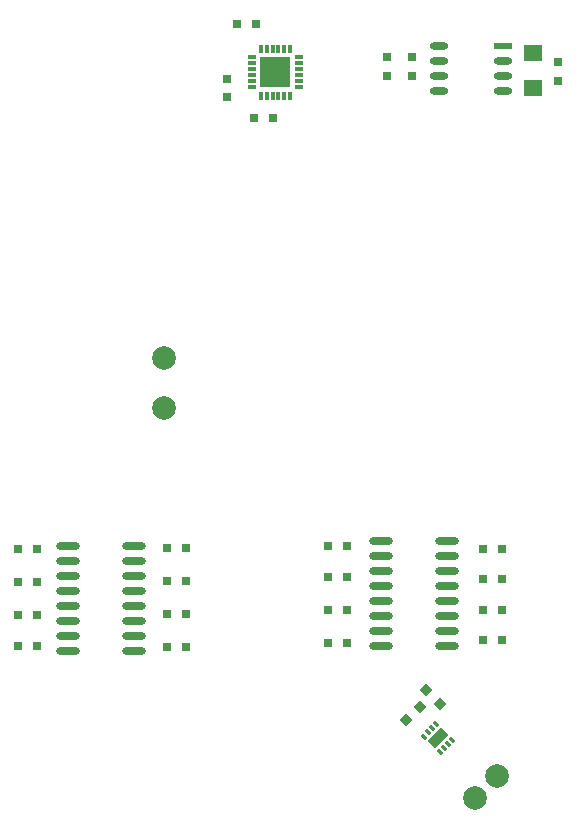
<source format=gbp>
G04 Layer_Color=128*
%FSLAX25Y25*%
%MOIN*%
G70*
G01*
G75*
%ADD10R,0.03150X0.03150*%
%ADD11R,0.03150X0.03150*%
%ADD12R,0.06299X0.05512*%
%ADD23O,0.08000X0.02400*%
%ADD51C,0.07874*%
%ADD58P,0.04454X4X180.0*%
%ADD59P,0.04454X4X90.0*%
G04:AMPARAMS|DCode=60|XSize=19.68mil|YSize=9.84mil|CornerRadius=0mil|HoleSize=0mil|Usage=FLASHONLY|Rotation=135.000|XOffset=0mil|YOffset=0mil|HoleType=Round|Shape=Rectangle|*
%AMROTATEDRECTD60*
4,1,4,0.01044,-0.00348,0.00348,-0.01044,-0.01044,0.00348,-0.00348,0.01044,0.01044,-0.00348,0.0*
%
%ADD60ROTATEDRECTD60*%

G04:AMPARAMS|DCode=61|XSize=35.43mil|YSize=62.99mil|CornerRadius=0mil|HoleSize=0mil|Usage=FLASHONLY|Rotation=135.000|XOffset=0mil|YOffset=0mil|HoleType=Round|Shape=Rectangle|*
%AMROTATEDRECTD61*
4,1,4,0.03480,0.00974,-0.00974,-0.03480,-0.03480,-0.00974,0.00974,0.03480,0.03480,0.00974,0.0*
%
%ADD61ROTATEDRECTD61*%

%ADD62R,0.01181X0.03150*%
%ADD63R,0.03150X0.01181*%
%ADD64R,0.10236X0.10236*%
%ADD65R,0.06100X0.02400*%
%ADD66O,0.06100X0.02400*%
D10*
X944700Y413650D02*
D03*
Y419950D02*
D03*
X834600Y414300D02*
D03*
Y408001D02*
D03*
X896100Y421450D02*
D03*
Y415150D02*
D03*
X887700Y421450D02*
D03*
Y415150D02*
D03*
D11*
X849950Y401200D02*
D03*
X843650D02*
D03*
X844299Y432400D02*
D03*
X838000D02*
D03*
X874650Y258500D02*
D03*
X868350D02*
D03*
X874650Y248000D02*
D03*
X868350D02*
D03*
X874650Y237000D02*
D03*
X868350D02*
D03*
X874650Y226000D02*
D03*
X868350D02*
D03*
X919732Y257643D02*
D03*
X926031D02*
D03*
X919732Y247429D02*
D03*
X926031D02*
D03*
X919732Y237214D02*
D03*
X926031D02*
D03*
X919732Y227000D02*
D03*
X926031D02*
D03*
X814500Y235786D02*
D03*
X820799D02*
D03*
X814500Y257929D02*
D03*
X820799D02*
D03*
X814500Y246857D02*
D03*
X820799D02*
D03*
X814500Y224714D02*
D03*
X820799D02*
D03*
X771299Y257500D02*
D03*
X765000D02*
D03*
X771299Y246500D02*
D03*
X765000D02*
D03*
X771299Y235500D02*
D03*
X765000D02*
D03*
X771299Y225000D02*
D03*
X765000D02*
D03*
D12*
X936400Y422906D02*
D03*
Y411094D02*
D03*
D23*
X886000Y225000D02*
D03*
Y230000D02*
D03*
Y235000D02*
D03*
Y240000D02*
D03*
X908000Y225000D02*
D03*
Y235000D02*
D03*
Y240000D02*
D03*
Y230000D02*
D03*
X886000Y245000D02*
D03*
Y250000D02*
D03*
Y255000D02*
D03*
Y260000D02*
D03*
X908000Y245000D02*
D03*
Y255000D02*
D03*
Y260000D02*
D03*
Y250000D02*
D03*
X781500Y223500D02*
D03*
Y228500D02*
D03*
Y233500D02*
D03*
Y238500D02*
D03*
X803500Y223500D02*
D03*
Y233500D02*
D03*
Y238500D02*
D03*
Y228500D02*
D03*
X781500Y243500D02*
D03*
Y248500D02*
D03*
Y253500D02*
D03*
Y258500D02*
D03*
X803500Y243500D02*
D03*
Y253500D02*
D03*
Y258500D02*
D03*
Y248500D02*
D03*
D51*
X917055Y174353D02*
D03*
X924409Y181707D02*
D03*
X813500Y321000D02*
D03*
Y304500D02*
D03*
D58*
X905427Y205973D02*
D03*
X900973Y210427D02*
D03*
D59*
X894322Y200410D02*
D03*
X898776Y204864D02*
D03*
D60*
X909625Y193878D02*
D03*
X908233Y192486D02*
D03*
X906841Y191094D02*
D03*
X905449Y189702D02*
D03*
X900160Y194991D02*
D03*
X901552Y196383D02*
D03*
X902944Y197775D02*
D03*
X904336Y199167D02*
D03*
D61*
X904893Y194435D02*
D03*
D62*
X845753Y424295D02*
D03*
X847721D02*
D03*
X853627D02*
D03*
X855595D02*
D03*
X853627Y408547D02*
D03*
X855595D02*
D03*
X851658D02*
D03*
Y424295D02*
D03*
X849690Y408547D02*
D03*
Y424295D02*
D03*
X845753Y408547D02*
D03*
X847721D02*
D03*
D63*
X858548Y413469D02*
D03*
X842800Y411500D02*
D03*
Y413469D02*
D03*
Y415437D02*
D03*
X858548Y421343D02*
D03*
Y419374D02*
D03*
Y417406D02*
D03*
Y415437D02*
D03*
X842800Y419374D02*
D03*
X858548Y411500D02*
D03*
X842800Y417406D02*
D03*
Y421343D02*
D03*
D64*
X850656Y416421D02*
D03*
D65*
X926560Y425100D02*
D03*
D66*
Y420100D02*
D03*
Y415100D02*
D03*
Y410100D02*
D03*
X905300Y425100D02*
D03*
Y420100D02*
D03*
Y415100D02*
D03*
Y410100D02*
D03*
M02*

</source>
